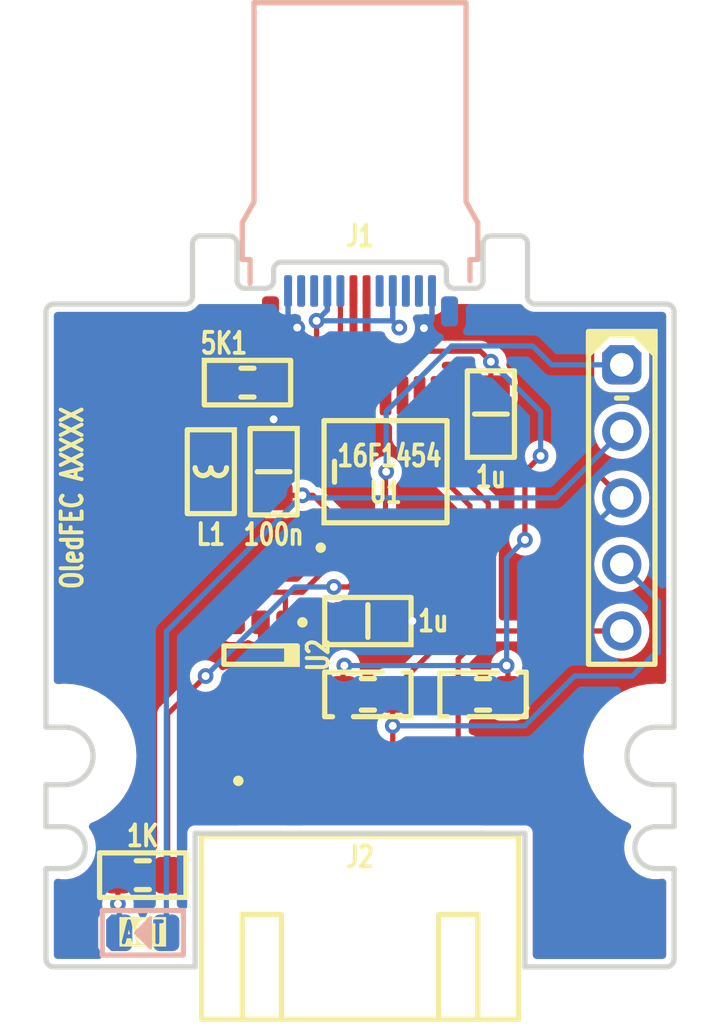
<source format=kicad_pcb>
(kicad_pcb (version 20240108) (generator "pcbnew") (generator_version "8.0")
  (layers (0 "F.Cu" signal) (31 "B.Cu" jumper) (34 "B.Paste" user) (35 "F.Paste" user) (36 "B.SilkS" user "B.Silkscreen") (37 "F.SilkS" user "F.Silkscreen") (38 "B.Mask" user) (39 "F.Mask" user) (44 "Edge.Cuts" user))
  (net 0 "")
  (net 1 "A_CC")
  (net 2 "USB_DP")
  (net 3 "USB_DM")
  (net 4 "GND")
  (net 5 "5V_USB")
  (net 6 "5V")
  (net 7 "ICSP_VPP")
  (net 8 "OLED_SCL")
  (net 9 "OLED_SDA")
  (net 10 "3V3")
  (net 11 "OUT_LED_ACTIVE")
  (net 12 "LED_ACTIVE")
  (net 13 "OLED_5V")
  (footprint "Medo64:ICSP PIC Pogo (5w)" (layer "F.Cu") (at 42 30 -90)
    (property "Reference" "ICSP" (hide yes))
    (property "Value" "Microchip PIC" (hide yes))
    (fp_line (start -3.81 -0.2) (end -3.81 0.2) (stroke (width 0.2)) (layer "F.SilkS"))
    (fp_rect (start -6.35 -1.27) (end 6.35 1.27) (stroke (width 0.2)) (fill none) (layer "F.SilkS"))
    (fp_poly (pts (xy -6.223 -0.508) (xy -5.461 -1.27) (xy -6.35 -1.27) (xy -6.35 1.27) (xy -5.461 1.27) (xy -6.223 0.508)) (stroke (width 0.2)) (fill solid) (layer "F.SilkS"))
    (pad "1" thru_hole roundrect (at -5.08 0 270) (size 1.5 1.5) (drill 0.9) (layers "*.Cu" "*.Mask") (chamfer_ratio 0.2) (chamfer top_left bottom_left) (net 7 "ICSP_VPP"))
    (pad "2" thru_hole circle (at -2.54 0 270) (size 1.5 1.5) (drill 0.9) (layers "*.Cu" "*.Mask") (net 6 "5V"))
    (pad "3" thru_hole circle (at 0 0 270) (size 1.5 1.5) (drill 0.9) (layers "*.Cu" "*.Mask") (net 4 "GND"))
    (pad "4" thru_hole circle (at 2.54 0 270) (size 1.5 1.5) (drill 0.9) (layers "*.Cu" "*.Mask") (net 8 "OLED_SCL"))
    (pad "5" thru_hole circle (at 5.08 0 270) (size 1.5 1.5) (drill 0.9) (layers "*.Cu" "*.Mask") (net 9 "OLED_SDA"))
  )
  (footprint "Medo64:U Micro [PIC16F1454] (TSSOP-14)" (layer "F.Cu") (at 32.975 29 90)
    (property "Reference" "U1" (at -0.8 0 180) (layer "F.SilkS") (effects (font (size 0.8 0.6))))
    (property "Value" "16F1454" (at 0.6 0.15 180) (layer "F.SilkS") (effects (font (size 0.8 0.6))))
    (fp_line (start -0.4 -1.95) (end 0.4 -1.95) (stroke (width 0.2)) (layer "F.SilkS"))
    (fp_rect (start -1.95 -2.35) (end 1.95 2.35) (stroke (width 0.2)) (fill none) (layer "F.SilkS"))
    (fp_circle (center -2.9 -2.475) (end -2.75 -2.475) (stroke (width 0.1)) (fill solid) (layer "F.SilkS"))
    (pad "1" smd roundrect (at -2.9 -1.95 90) (size 1.5 0.45) (layers "F.Cu" "F.Paste" "F.Mask") (chamfer_ratio 0.2) (chamfer top_left top_right) (net 6 "5V"))
    (pad "2" smd roundrect (at -2.9 -1.3 90) (size 1.5 0.45) (layers "F.Cu" "F.Paste" "F.Mask"))
    (pad "3" smd roundrect (at -2.9 -0.65 90) (size 1.5 0.45) (layers "F.Cu" "F.Paste" "F.Mask") (net 11 "OUT_LED_ACTIVE"))
    (pad "4" smd roundrect (at -2.9 0 90) (size 1.5 0.45) (layers "F.Cu" "F.Paste" "F.Mask") (net 7 "ICSP_VPP"))
    (pad "5" smd roundrect (at -2.9 0.65 90) (size 1.5 0.45) (layers "F.Cu" "F.Paste" "F.Mask"))
    (pad "6" smd roundrect (at -2.9 1.3 90) (size 1.5 0.45) (layers "F.Cu" "F.Paste" "F.Mask"))
    (pad "7" smd roundrect (at -2.9 1.95 90) (size 1.5 0.45) (layers "F.Cu" "F.Paste" "F.Mask"))
    (pad "8" smd roundrect (at 2.9 1.95 90) (size 1.5 0.45) (layers "F.Cu" "F.Paste" "F.Mask"))
    (pad "9" smd roundrect (at 2.9 1.3 90) (size 1.5 0.45) (layers "F.Cu" "F.Paste" "F.Mask") (net 9 "OLED_SDA"))
    (pad "10" smd roundrect (at 2.9 0.65 90) (size 1.5 0.45) (layers "F.Cu" "F.Paste" "F.Mask") (net 8 "OLED_SCL"))
    (pad "11" smd roundrect (at 2.9 0 90) (size 1.5 0.45) (layers "F.Cu" "F.Paste" "F.Mask") (net 10 "3V3"))
    (pad "12" smd roundrect (at 2.9 -0.65 90) (size 1.5 0.45) (layers "F.Cu" "F.Paste" "F.Mask") (net 3 "USB_DM"))
    (pad "13" smd roundrect (at 2.9 -1.3 90) (size 1.5 0.45) (layers "F.Cu" "F.Paste" "F.Mask") (net 2 "USB_DP"))
    (pad "14" smd roundrect (at 2.9 -1.95 90) (size 1.5 0.45) (layers "F.Cu" "F.Paste" "F.Mask") (net 4 "GND"))
  )
  (footprint "Medo64:J USB C 3.2 Edge (24w)" (layer "F.Cu") (at 32 22)
    (property "Reference" "J1" (at 0 -2 0) (layer "F.SilkS") (effects (font (size 0.8 0.6))))
    (property "Value" "105444-0001" (hide yes))
    (fp_line (start -4.5 -2.5) (end -4.5 -1.1) (stroke (width 0.2)) (layer "B.SilkS"))
    (fp_line (start -4.5 -2.5) (end -4.05 -3.3) (stroke (width 0.2)) (layer "B.SilkS"))
    (fp_line (start -4.5 -1.1) (end -4.2 -1.1) (stroke (width 0.2)) (layer "B.SilkS"))
    (fp_line (start -4.2 -1) (end -4.2 -0.2) (stroke (width 0.2)) (layer "B.SilkS"))
    (fp_line (start -4.05 -10.9) (end -4.05 -3.3) (stroke (width 0.2)) (layer "B.SilkS"))
    (fp_line (start -4.05 -10.9) (end 4.05 -10.9) (stroke (width 0.2)) (layer "B.SilkS"))
    (fp_line (start 4.05 -10.9) (end 4.05 -3.3) (stroke (width 0.2)) (layer "B.SilkS"))
    (fp_line (start 4.2 -1.1) (end 4.2 -0.3) (stroke (width 0.2)) (layer "B.SilkS"))
    (fp_line (start 4.5 -2.5) (end 4.05 -3.3) (stroke (width 0.2)) (layer "B.SilkS"))
    (fp_line (start 4.5 -2.5) (end 4.5 -1.1) (stroke (width 0.2)) (layer "B.SilkS"))
    (fp_line (start 4.5 -1.1) (end 4.2 -1.1) (stroke (width 0.2)) (layer "B.SilkS"))
    (fp_line (start -4.5 -2.5) (end -4.5 -1.1) (stroke (width 0.2)) (layer "F.SilkS"))
    (fp_line (start -4.5 -2.5) (end -4.05 -3.3) (stroke (width 0.2)) (layer "F.SilkS"))
    (fp_line (start -4.5 -1.1) (end -4.2 -1.1) (stroke (width 0.2)) (layer "F.SilkS"))
    (fp_line (start -4.2 -1.1) (end -4.2 -0.3) (stroke (width 0.2)) (layer "F.SilkS"))
    (fp_line (start -4.05 -10.9) (end -4.05 -3.3) (stroke (width 0.2)) (layer "F.SilkS"))
    (fp_line (start -4.05 -10.9) (end 4.05 -10.9) (stroke (width 0.2)) (layer "F.SilkS"))
    (fp_line (start 4.05 -10.9) (end 4.05 -3.3) (stroke (width 0.2)) (layer "F.SilkS"))
    (fp_line (start 4.2 -1.1) (end 4.2 -0.3) (stroke (width 0.2)) (layer "F.SilkS"))
    (fp_line (start 4.5 -2.5) (end 4.05 -3.3) (stroke (width 0.2)) (layer "F.SilkS"))
    (fp_line (start 4.5 -2.5) (end 4.5 -1.1) (stroke (width 0.2)) (layer "F.SilkS"))
    (fp_line (start 4.5 -1.1) (end 4.2 -1.1) (stroke (width 0.2)) (layer "F.SilkS"))
    (pad "A1" smd roundrect (at -2.75 0.1) (size 0.3 1.2) (layers "F.Cu" "F.Paste" "F.Mask") (chamfer_ratio 0.2) (chamfer top_left bottom_left) (net 4 "GND"))
    (pad "A2" smd roundrect (at -2.25 0.1) (size 0.3 1.2) (layers "F.Cu" "F.Paste" "F.Mask"))
    (pad "A3" smd roundrect (at -1.75 0.1) (size 0.3 1.2) (layers "F.Cu" "F.Paste" "F.Mask"))
    (pad "A4" smd roundrect (at -1.25 0.1) (size 0.3 1.2) (layers "F.Cu" "F.Paste" "F.Mask") (net 5 "5V_USB"))
    (pad "A5" smd roundrect (at -0.75 0.1) (size 0.3 1.2) (layers "F.Cu" "F.Paste" "F.Mask") (net 1 "A_CC"))
    (pad "A6" smd roundrect (at -0.25 0.1) (size 0.3 1.2) (layers "F.Cu" "F.Paste" "F.Mask") (net 2 "USB_DP"))
    (pad "A7" smd roundrect (at 0.25 0.1) (size 0.3 1.2) (layers "F.Cu" "F.Paste" "F.Mask") (net 3 "USB_DM"))
    (pad "A8" smd roundrect (at 0.75 0.1) (size 0.3 1.2) (layers "F.Cu" "F.Paste" "F.Mask"))
    (pad "A9" smd roundrect (at 1.25 0.1) (size 0.3 1.2) (layers "F.Cu" "F.Paste" "F.Mask") (net 5 "5V_USB"))
    (pad "A10" smd roundrect (at 1.75 0.1) (size 0.3 1.2) (layers "F.Cu" "F.Paste" "F.Mask"))
    (pad "A11" smd roundrect (at 2.25 0.1) (size 0.3 1.2) (layers "F.Cu" "F.Paste" "F.Mask"))
    (pad "A12" smd roundrect (at 2.75 0.1) (size 0.3 1.2) (layers "F.Cu" "F.Paste" "F.Mask") (net 4 "GND"))
    (pad "B01" smd roundrect (at 2.75 0.1) (size 0.3 1.2) (layers "B.Cu" "B.Paste" "B.Mask") (chamfer_ratio 0.2) (chamfer top_right bottom_right) (net 4 "GND"))
    (pad "B02" smd roundrect (at 2.25 0.1) (size 0.3 1.2) (layers "B.Cu" "B.Paste" "B.Mask"))
    (pad "B03" smd roundrect (at 1.75 0.1) (size 0.3 1.2) (layers "B.Cu" "B.Paste" "B.Mask"))
    (pad "B04" smd roundrect (at 1.25 0.1) (size 0.3 1.2) (layers "B.Cu" "B.Paste" "B.Mask") (net 5 "5V_USB"))
    (pad "B05" smd roundrect (at 0.75 0.1) (size 0.3 1.2) (layers "B.Cu" "B.Paste" "B.Mask"))
    (pad "B08" smd roundrect (at -0.75 0.1) (size 0.3 1.2) (layers "B.Cu" "B.Paste" "B.Mask"))
    (pad "B09" smd roundrect (at -1.25 0.1) (size 0.3 1.2) (layers "B.Cu" "B.Paste" "B.Mask") (net 5 "5V_USB"))
    (pad "B10" smd roundrect (at -1.75 0.1) (size 0.3 1.2) (layers "B.Cu" "B.Paste" "B.Mask"))
    (pad "B11" smd roundrect (at -2.25 0.1) (size 0.3 1.2) (layers "B.Cu" "B.Paste" "B.Mask"))
    (pad "B12" smd roundrect (at -2.75 0.1) (size 0.3 1.2) (layers "B.Cu" "B.Paste" "B.Mask") (net 4 "GND"))
    (pad "S" smd roundrect (at -3.42 0.88) (size 0.65 1.15) (layers "F.Cu" "F.Paste" "F.Mask"))
    (pad "S" smd roundrect (at 3.42 0.88) (size 0.65 1.15) (layers "B.Cu" "B.Paste" "B.Mask"))
  )
  (footprint "Medo64:R Optional (0805)" (layer "F.Cu") (at 36.7 37.5)
    (property "Reference" "R4" (hide yes))
    (property "Value" "5K1" (hide yes))
    (fp_line (start -0.25 -0.6) (end 0.25 -0.6) (stroke (width 0.2)) (layer "F.SilkS"))
    (fp_line (start -0.25 0.6) (end 0.25 0.6) (stroke (width 0.2)) (layer "F.SilkS"))
    (fp_rect (start -1.65 -0.85) (end 1.65 0.85) (stroke (width 0.2) (type dash)) (fill none) (layer "F.SilkS"))
    (pad "1" smd roundrect (at -0.95 0) (size 1.05 1.4) (layers "F.Cu" "F.Mask") (net 9 "OLED_SDA"))
    (pad "2" smd roundrect (at 0.95 0) (size 1.05 1.4) (layers "F.Cu" "F.Mask") (net 10 "3V3"))
  )
  (footprint "Medo64:C (0805)" (layer "F.Cu") (at 32.3 34.7 180)
    (property "Reference" "C3" (hide yes))
    (property "Value" "1u" (at -2.5 0 180) (layer "F.SilkS") (effects (font (size 0.8 0.6) (thickness 0.15) (bold yes))))
    (fp_line (start 0 -0.625) (end 0 0.625) (stroke (width 0.2)) (layer "F.SilkS"))
    (fp_rect (start -1.65 -0.9) (end 1.65 0.9) (stroke (width 0.2)) (fill none) (layer "F.SilkS"))
    (pad "1" smd roundrect (at -0.9 0 180) (size 1.15 1.45) (layers "F.Cu" "F.Paste" "F.Mask") (net 4 "GND"))
    (pad "2" smd roundrect (at 0.9 0 180) (size 1.15 1.45) (layers "F.Cu" "F.Paste" "F.Mask") (net 6 "5V"))
  )
  (footprint "Medo64:C (0805)" (layer "F.Cu") (at 28.7 29 -90)
    (property "Reference" "C1" (hide yes))
    (property "Value" "100n" (at 2.4 0 0) (layer "F.SilkS") (effects (font (size 0.8 0.6) (thickness 0.15) (bold yes))))
    (fp_line (start 0 -0.625) (end 0 0.625) (stroke (width 0.2)) (layer "F.SilkS"))
    (fp_rect (start -1.65 -0.9) (end 1.65 0.9) (stroke (width 0.2)) (fill none) (layer "F.SilkS"))
    (pad "1" smd roundrect (at -0.9 0 270) (size 1.15 1.45) (layers "F.Cu" "F.Paste" "F.Mask") (net 4 "GND"))
    (pad "2" smd roundrect (at 0.9 0 270) (size 1.15 1.45) (layers "F.Cu" "F.Paste" "F.Mask") (net 6 "5V"))
  )
  (footprint "Medo64:J JST XH Edge [OLED] (4w)" (layer "F.Cu") (at 32 40.8)
    (property "Reference" "J2" (at 0 2.9 0) (layer "F.SilkS") (effects (font (size 0.8 0.6) (thickness 0.15) (bold yes))))
    (property "Value" "B4B-XH-A")
    (fp_rect (start -6.05 2.1) (end 6.05 9.1) (stroke (width 0.2)) (fill none) (layer "F.SilkS"))
    (fp_rect (start -4.5 5.1) (end -3 9.1) (stroke (width 0.2)) (fill none) (layer "F.SilkS"))
    (fp_rect (start 4.5 5.1) (end 3 9.1) (stroke (width 0.2)) (fill none) (layer "F.SilkS"))
    (fp_circle (center -4.65 0) (end -4.5 0) (stroke (width 0.1)) (fill solid) (layer "F.SilkS"))
    (pad "1" smd roundrect (at -3.75 0) (size 1.2 3) (layers "F.Cu" "F.Paste" "F.Mask") (chamfer_ratio 0.2) (chamfer top_left bottom_left) (net 4 "GND"))
    (pad "2" smd roundrect (at -1.25 0) (size 1.2 3) (layers "F.Cu" "F.Paste" "F.Mask") (net 13 "OLED_5V"))
    (pad "3" smd roundrect (at 1.25 0) (size 1.2 3) (layers "F.Cu" "F.Paste" "F.Mask") (net 8 "OLED_SCL"))
    (pad "4" smd roundrect (at 3.75 0) (size 1.2 3) (layers "F.Cu" "F.Paste" "F.Mask") (net 9 "OLED_SDA"))
  )
  (footprint "Medo64:R (0805)" (layer "F.Cu") (at 27.7 25.6)
    (property "Reference" "R2" (hide yes))
    (property "Value" "5K1" (at -0.9 -1.5 180) (layer "F.SilkS") (effects (font (size 0.8 0.6))))
    (fp_line (start -0.25 -0.55) (end 0.25 -0.55) (stroke (width 0.2)) (layer "F.SilkS"))
    (fp_line (start -0.25 0.55) (end 0.25 0.55) (stroke (width 0.2)) (layer "F.SilkS"))
    (fp_rect (start -1.65 -0.85) (end 1.65 0.85) (stroke (width 0.2)) (fill none) (layer "F.SilkS"))
    (pad "1" smd roundrect (at -0.95 0) (size 1.05 1.4) (layers "F.Cu" "F.Paste" "F.Mask") (net 4 "GND"))
    (pad "2" smd roundrect (at 0.95 0) (size 1.05 1.4) (layers "F.Cu" "F.Paste" "F.Mask") (net 1 "A_CC"))
  )
  (footprint "Medo64:R (0805)" (layer "F.Cu") (at 23.7 44.4 180)
    (property "Reference" "R1" (hide yes))
    (property "Value" "1K" (at 0 1.5 180) (layer "F.SilkS") (effects (font (size 0.8 0.6))))
    (fp_line (start -0.25 0.55) (end 0.25 0.55) (stroke (width 0.2)) (layer "F.SilkS"))
    (fp_line (start -0.25 -0.55) (end 0.25 -0.55) (stroke (width 0.2)) (layer "F.SilkS"))
    (fp_rect (start -1.65 -0.85) (end 1.65 0.85) (stroke (width 0.2)) (fill none) (layer "F.SilkS"))
    (pad "1" smd roundrect (at -0.95 0 180) (size 1.05 1.4) (layers "F.Cu" "F.Paste" "F.Mask") (net 11 "OUT_LED_ACTIVE"))
    (pad "2" smd roundrect (at 0.95 0 180) (size 1.05 1.4) (layers "F.Cu" "F.Paste" "F.Mask") (net 12 "LED_ACTIVE"))
  )
  (footprint "Medo64:L (0805)" (layer "F.Cu") (at 26.3 29 -90)
    (property "Reference" "L1" (at 2.4 0 0) (layer "F.SilkS") (effects (font (size 0.8 0.6))))
    (property "Value" "40R" (hide yes))
    (fp_rect (start -1.6 -0.9) (end 1.6 0.9) (stroke (width 0.2)) (fill none) (layer "F.SilkS"))
    (fp_arc (start -0.15 0) (mid 0.15 0.3) (end -0.15 0.6) (stroke (width 0.2)) (layer "F.SilkS"))
    (fp_arc (start -0.15 -0.6) (mid 0.15 -0.3) (end -0.15 0) (stroke (width 0.2)) (layer "F.SilkS"))
    (pad "1" smd roundrect (at -0.85 0 270) (size 1.05 1.4) (layers "F.Cu" "F.Paste" "F.Mask") (net 5 "5V_USB"))
    (pad "2" smd roundrect (at 0.85 0 270) (size 1.05 1.4) (layers "F.Cu" "F.Paste" "F.Mask") (net 6 "5V"))
  )
  (footprint "Medo64:R Optional (0805)" (layer "F.Cu") (at 32.3 37.5 180)
    (property "Reference" "R3" (hide yes))
    (property "Value" "5K1" (hide yes))
    (fp_line (start -0.25 0.6) (end 0.25 0.6) (stroke (width 0.2)) (layer "F.SilkS"))
    (fp_line (start -0.25 -0.6) (end 0.25 -0.6) (stroke (width 0.2)) (layer "F.SilkS"))
    (fp_rect (start -1.65 -0.85) (end 1.65 0.85) (stroke (width 0.2) (type dash)) (fill none) (layer "F.SilkS"))
    (pad "1" smd roundrect (at -0.95 0 180) (size 1.05 1.4) (layers "F.Cu" "F.Mask") (net 8 "OLED_SCL"))
    (pad "2" smd roundrect (at 0.95 0 180) (size 1.05 1.4) (layers "F.Cu" "F.Mask") (net 10 "3V3"))
  )
  (footprint "Medo64:U LoadSwitch 100mA [MIC2091-1] (SOT23-5)" (layer "F.Cu") (at 28.2 36 -90)
    (property "Reference" "U2" (at 0 -2.2 -90) (layer "F.SilkS") (effects (font (size 0.8 0.6))))
    (property "Value" "MIC2005A-1" (hide yes))
    (fp_rect (start 0.35 -1.4) (end -0.35 1.4) (stroke (width 0.2)) (fill none) (layer "F.SilkS"))
    (fp_rect (start 0.35 -1.4) (end -0.35 -1) (stroke (width 0.2)) (fill solid) (layer "F.SilkS"))
    (fp_circle (center -1.25 -1.6) (end -1.1 -1.6) (stroke (width 0.1)) (fill solid) (layer "F.SilkS"))
    (pad "1" smd roundrect (at -1.25 -0.95 270) (size 0.9 0.7) (layers "F.Cu" "F.Paste" "F.Mask") (chamfer_ratio 0.2) (chamfer top_left top_right) (net 6 "5V"))
    (pad "2" smd roundrect (at -1.25 0 270) (size 0.9 0.7) (layers "F.Cu" "F.Paste" "F.Mask") (net 4 "GND"))
    (pad "3" smd roundrect (at -1.25 0.95 270) (size 0.9 0.7) (layers "F.Cu" "F.Paste" "F.Mask") (chamfer_ratio 0.2) (chamfer top_left top_right) (net 6 "5V"))
    (pad "4" smd roundrect (at 1.25 0.95 270) (size 0.9 0.7) (layers "F.Cu" "F.Paste" "F.Mask"))
    (pad "5" smd roundrect (at 1.25 -0.95 270) (size 0.9 0.7) (layers "F.Cu" "F.Paste" "F.Mask") (net 13 "OLED_5V"))
  )
  (footprint "Medo64:C (0805)" (layer "F.Cu") (at 37 26.8 90)
    (property "Reference" "C2" (hide yes))
    (property "Value" "1u" (at -2.4 0 0) (layer "F.SilkS") (effects (font (size 0.8 0.6) (thickness 0.15) (bold yes))))
    (fp_line (start 0 -0.625) (end 0 0.625) (stroke (width 0.2)) (layer "F.SilkS"))
    (fp_rect (start -1.65 -0.9) (end 1.65 0.9) (stroke (width 0.2)) (fill none) (layer "F.SilkS"))
    (pad "1" smd roundrect (at -0.9 0 90) (size 1.15 1.45) (layers "F.Cu" "F.Paste" "F.Mask") (net 4 "GND"))
    (pad "2" smd roundrect (at 0.9 0 90) (size 1.15 1.45) (layers "F.Cu" "F.Paste" "F.Mask") (net 10 "3V3"))
  )
  (footprint "Medo64:DS (0805)" (layer "B.Cu") (at 23.7 46.6)
    (property "Reference" "DS1" (hide yes))
    (property "Value" "ACT" (at 0 0 0) (layer "F.SilkS" knockout) (effects (font (size 0.8 0.6) (thickness 0.15) (bold yes))))
    (fp_rect (start 1.55 -0.85) (end -1.55 0.85) (stroke (width 0.2)) (fill none) (layer "B.SilkS"))
    (fp_poly (pts (xy -0.3 0) (xy 0.3 0.6) (xy 0.3 -0.6)) (stroke (width 0.1)) (fill solid) (layer "B.SilkS"))
    (pad "1" smd roundrect (at -0.9 0) (size 1 1.4) (layers "B.Cu" "B.Paste" "B.Mask") (chamfer_ratio 0.2) (chamfer top_left bottom_left) (net 12 "LED_ACTIVE"))
    (pad "2" smd roundrect (at 0.9 0) (size 1 1.4) (layers "B.Cu" "B.Paste" "B.Mask") (net 6 "5V"))
  )
  (gr_line (start 38.4 20.3) (end 38.4 22.3) (stroke (width 0.2)) (layer "Edge.Cuts"))
  (gr_arc (start 25.6 22.3) (mid 25.512132 22.512132) (end 25.3 22.6) (stroke (width 0.2)) (layer "Edge.Cuts"))
  (gr_arc (start 43.3 40.95) (mid 42.2 39.85) (end 43.3 38.75) (stroke (width 0.2)) (layer "Edge.Cuts"))
  (gr_line (start 38.3 47.9) (end 43.7 47.9) (stroke (width 0.2)) (layer "Edge.Cuts"))
  (gr_line (start 20.7 40.95) (end 20 40.95) (stroke (width 0.2)) (layer "Edge.Cuts"))
  (gr_line (start 43.3 40.95) (end 44 40.95) (stroke (width 0.2)) (layer "Edge.Cuts"))
  (gr_line (start 44 44.15) (end 43.3 44.15) (stroke (width 0.2)) (layer "Edge.Cuts"))
  (gr_arc (start 35 21) (mid 35.212132 21.087868) (end 35.3 21.3) (stroke (width 0.2)) (layer "Edge.Cuts"))
  (gr_arc (start 28.7 21.3) (mid 28.787868 21.087868) (end 29 21) (stroke (width 0.2)) (layer "Edge.Cuts"))
  (gr_line (start 38.1 20) (end 37 20) (stroke (width 0.2)) (layer "Edge.Cuts"))
  (gr_arc (start 28.7 21.7) (mid 28.612132 21.912132) (end 28.4 22) (stroke (width 0.2)) (layer "Edge.Cuts"))
  (gr_arc (start 27 20) (mid 27.212132 20.087868) (end 27.3 20.3) (stroke (width 0.2)) (layer "Edge.Cuts"))
  (gr_arc (start 43.7 22.6) (mid 43.912132 22.687868) (end 44 22.9) (stroke (width 0.2)) (layer "Edge.Cuts"))
  (gr_line (start 20 44.15) (end 20 47.6) (stroke (width 0.2)) (layer "Edge.Cuts"))
  (gr_line (start 20 38.75) (end 20.7 38.75) (stroke (width 0.2)) (layer "Edge.Cuts"))
  (gr_line (start 44 42.55) (end 43.3 42.55) (stroke (width 0.2)) (layer "Edge.Cuts"))
  (gr_arc (start 38.7 22.6) (mid 38.487868 22.512132) (end 38.4 22.3) (stroke (width 0.2)) (layer "Edge.Cuts"))
  (gr_line (start 44 42.55) (end 44 40.95) (stroke (width 0.2)) (layer "Edge.Cuts"))
  (gr_line (start 28.4 22) (end 27.6 22) (stroke (width 0.2)) (layer "Edge.Cuts"))
  (gr_line (start 43.7 22.6) (end 38.7 22.6) (stroke (width 0.2)) (layer "Edge.Cuts"))
  (gr_line (start 20.3 22.6) (end 25.3 22.6) (stroke (width 0.2)) (layer "Edge.Cuts"))
  (gr_arc (start 38.1 20) (mid 38.312132 20.087868) (end 38.4 20.3) (stroke (width 0.2)) (layer "Edge.Cuts"))
  (gr_arc (start 35.6 22) (mid 35.387868 21.912132) (end 35.3 21.7) (stroke (width 0.2)) (layer "Edge.Cuts"))
  (gr_line (start 35.3 21.7) (end 35.3 21.3) (stroke (width 0.2)) (layer "Edge.Cuts"))
  (gr_line (start 27.3 20.3) (end 27.3 21.7) (stroke (width 0.2)) (layer "Edge.Cuts"))
  (gr_arc (start 20 22.9) (mid 20.087868 22.687868) (end 20.3 22.6) (stroke (width 0.2)) (layer "Edge.Cuts"))
  (gr_arc (start 36.7 20.3) (mid 36.787868 20.087868) (end 37 20) (stroke (width 0.2)) (layer "Edge.Cuts"))
  (gr_arc (start 20.7 42.55) (mid 21.5 43.35) (end 20.7 44.15) (stroke (width 0.2)) (layer "Edge.Cuts"))
  (gr_arc (start 27.6 22) (mid 27.387868 21.912132) (end 27.3 21.7) (stroke (width 0.2)) (layer "Edge.Cuts"))
  (gr_line (start 36.7 20.3) (end 36.7 21.7) (stroke (width 0.2)) (layer "Edge.Cuts"))
  (gr_arc (start 44 47.6) (mid 43.912132 47.812132) (end 43.7 47.9) (stroke (width 0.2)) (layer "Edge.Cuts"))
  (gr_line (start 36.4 22) (end 35.6 22) (stroke (width 0.2)) (layer "Edge.Cuts"))
  (gr_line (start 44 22.9) (end 44 38.75) (stroke (width 0.2)) (layer "Edge.Cuts"))
  (gr_line (start 43.3 38.75) (end 44 38.75) (stroke (width 0.2)) (layer "Edge.Cuts"))
  (gr_line (start 28.7 21.7) (end 28.7 21.3) (stroke (width 0.2)) (layer "Edge.Cuts"))
  (gr_arc (start 20.7 38.75) (mid 21.8 39.85) (end 20.7 40.95) (stroke (width 0.2)) (layer "Edge.Cuts"))
  (gr_arc (start 43.3 44.15) (mid 42.5 43.35) (end 43.3 42.55) (stroke (width 0.2)) (layer "Edge.Cuts"))
  (gr_line (start 25.9 20) (end 27 20) (stroke (width 0.2)) (layer "Edge.Cuts"))
  (gr_line (start 25.6 20.3) (end 25.6 22.3) (stroke (width 0.2)) (layer "Edge.Cuts"))
  (gr_line (start 44 44.15) (end 44 47.6) (stroke (width 0.2)) (layer "Edge.Cuts"))
  (gr_line (start 20 22.9) (end 20 38.75) (stroke (width 0.2)) (layer "Edge.Cuts"))
  (gr_line (start 20.7 44.15) (end 20 44.15) (stroke (width 0.2)) (layer "Edge.Cuts"))
  (gr_line (start 38.3 42.8) (end 25.7 42.8) (stroke (width 0.2)) (layer "Edge.Cuts"))
  (gr_arc (start 25.6 20.3) (mid 25.687868 20.087868) (end 25.9 20) (stroke (width 0.2)) (layer "Edge.Cuts"))
  (gr_arc (start 36.7 21.7) (mid 36.612132 21.912132) (end 36.4 22) (stroke (width 0.2)) (layer "Edge.Cuts"))
  (gr_line (start 29 21) (end 35 21) (stroke (width 0.2)) (layer "Edge.Cuts"))
  (gr_line (start 25.7 47.9) (end 25.7 42.8) (stroke (width 0.2)) (layer "Edge.Cuts"))
  (gr_line (start 20.7 42.55) (end 20 42.55) (stroke (width 0.2)) (layer "Edge.Cuts"))
  (gr_line (start 20 42.55) (end 20 40.95) (stroke (width 0.2)) (layer "Edge.Cuts"))
  (gr_line (start 20.3 47.9) (end 25.7 47.9) (stroke (width 0.2)) (layer "Edge.Cuts"))
  (gr_line (start 38.3 47.9) (end 38.3 42.8) (stroke (width 0.2)) (layer "Edge.Cuts"))
  (gr_arc (start 20.3 47.9) (mid 20.087868 47.812132) (end 20 47.6) (stroke (width 0.2)) (layer "Edge.Cuts"))
  (gr_text "OledFEC AXXXX" (at 21 30 90) (layer "F.SilkS") (effects (font (size 0.8 0.6) (thickness 0.15) (bold yes))))
  (segment (start 31.25 23.95) (end 31.25 22.1) (width 0.2) (layer "F.Cu") (net 1))
  (segment (start 29.6 25.6) (end 31.25 23.95) (width 0.2) (layer "F.Cu") (net 1))
  (segment (start 28.65 25.6) (end 29.6 25.6) (width 0.2) (layer "F.Cu") (net 1))
  (segment (start 31.75 22.1) (end 31.75 26.025) (width 0.3) (layer "F.Cu") (net 2))
  (segment (start 32.25 22.1) (end 32.25 26.025) (width 0.3) (layer "F.Cu") (net 3))
  (segment (start 27.1 23.9) (end 29.2 23.9) (width 0.2) (layer "F.Cu") (net 4))
  (segment (start 28.7 27) (end 28.7 28.1) (width 0.2) (layer "F.Cu") (net 4))
  (segment (start 31.025 27.175) (end 31.025 26.1) (width 0.2) (layer "F.Cu") (net 4))
  (segment (start 30.1 28.1) (end 31.025 27.175) (width 0.2) (layer "F.Cu") (net 4))
  (segment (start 34.75 22.1) (end 34.75 23.211669) (width 0.2) (layer "F.Cu") (net 4))
  (segment (start 26.75 24.25) (end 27.1 23.9) (width 0.2) (layer "F.Cu") (net 4))
  (segment (start 39.7 27.7) (end 42.18 30.18) (width 0.2) (layer "F.Cu") (net 4))
  (segment (start 28.2 35.9) (end 28.2 36) (width 0.2) (layer "F.Cu") (net 4))
  (segment (start 24.6 34) (end 26.6 36) (width 0.2) (layer "F.Cu") (net 4))
  (segment (start 26.75 25.6) (end 26.75 24.25) (width 0.2) (layer "F.Cu") (net 4))
  (segment (start 28.2 34.75) (end 28.2 35.9) (width 0.2) (layer "F.Cu") (net 4))
  (segment (start 35.7 33) (end 34 34.7) (width 0.2) (layer "F.Cu") (net 4))
  (segment (start 28.7 28.1) (end 30.1 28.1) (width 0.2) (layer "F.Cu") (net 4))
  (segment (start 38.4 24.2) (end 38.4 27.7) (width 0.2) (layer "F.Cu") (net 4))
  (segment (start 26.6 36) (end 28.2 36) (width 0.2) (layer "F.Cu") (net 4))
  (segment (start 34.44146 23.520209) (end 37.720209 23.520209) (width 0.2) (layer "F.Cu") (net 4))
  (segment (start 28.2 36) (end 28.2 40.75) (width 0.2) (layer "F.Cu") (net 4))
  (segment (start 35.7 30.6) (end 35.7 33) (width 0.2) (layer "F.Cu") (net 4))
  (segment (start 38.4 27.7) (end 39.7 27.7) (width 0.2) (layer "F.Cu") (net 4))
  (segment (start 37.720209 23.520209) (end 38.4 24.2) (width 0.2) (layer "F.Cu") (net 4))
  (segment (start 25.1 25.6) (end 24.6 26.1) (width 0.2) (layer "F.Cu") (net 4))
  (segment (start 34.75 23.211669) (end 34.44146 23.520209) (width 0.2) (layer "F.Cu") (net 4))
  (segment (start 33.2 28.1) (end 35.7 30.6) (width 0.2) (layer "F.Cu") (net 4))
  (segment (start 26.75 25.6) (end 25.1 25.6) (width 0.2) (layer "F.Cu") (net 4))
  (segment (start 38.4 27.7) (end 37 27.7) (width 0.2) (layer "F.Cu") (net 4))
  (segment (start 28.7 28.1) (end 33.2 28.1) (width 0.2) (layer "F.Cu") (net 4))
  (segment (start 29.25 23.15) (end 29.6 23.5) (width 0.2) (layer "F.Cu") (net 4))
  (segment (start 29.25 22.1) (end 29.25 23.15) (width 0.2) (layer "F.Cu") (net 4))
  (segment (start 24.6 26.1) (end 24.6 34) (width 0.2) (layer "F.Cu") (net 4))
  (segment (start 29.2 23.9) (end 29.6 23.5) (width 0.2) (layer "F.Cu") (net 4))
  (segment (start 34 34.7) (end 33.2 34.7) (width 0.2) (layer "F.Cu") (net 4))
  (via (at 28.7 27) (size 0.6) (drill 0.3) (layers "F.Cu" "B.Cu") (net 4))
  (via (at 29.6 23.5) (size 0.6) (drill 0.3) (layers "F.Cu" "B.Cu") (net 4))
  (via (at 34 34.7) (size 0.6) (drill 0.3) (layers "F.Cu" "B.Cu") (net 4))
  (via (at 34.44146 23.520209) (size 0.6) (drill 0.3) (layers "F.Cu" "B.Cu") (net 4))
  (segment (start 42 30) (end 41.2 30.8) (width 0.2) (layer "B.Cu") (net 4))
  (segment (start 33.65 24.35) (end 34.44146 23.55854) (width 0.2) (layer "B.Cu") (net 4))
  (segment (start 29.6 23.5) (end 30.45 24.35) (width 0.2) (layer "B.Cu") (net 4))
  (segment (start 37.9 30.8) (end 34 34.7) (width 0.2) (layer "B.Cu") (net 4))
  (segment (start 29.25 23.15) (end 29.6 23.5) (width 0.2) (layer "B.Cu") (net 4))
  (segment (start 41.2 30.8) (end 37.9 30.8) (width 0.2) (layer "B.Cu") (net 4))
  (segment (start 34.75 22.1) (end 34.75 23.211669) (width 0.2) (layer "B.Cu") (net 4))
  (segment (start 34.75 23.211669) (end 34.44146 23.520209) (width 0.2) (layer "B.Cu") (net 4))
  (segment (start 30.45 24.35) (end 33.65 24.35) (width 0.2) (layer "B.Cu") (net 4))
  (segment (start 34.44146 23.55854) (end 34.44146 23.520209) (width 0.2) (layer "B.Cu") (net 4))
  (segment (start 30.45 25.25) (end 28.7 27) (width 0.2) (layer "B.Cu") (net 4))
  (segment (start 29.25 22.1) (end 29.25 23.15) (width 0.2) (layer "B.Cu") (net 4))
  (segment (start 30.45 24.35) (end 30.45 25.25) (width 0.2) (layer "B.Cu") (net 4))
  (segment (start 33.25 22.1) (end 33.25 23.250012) (width 0.2) (layer "F.Cu") (net 5))
  (segment (start 30.340377 23.909623) (end 29.95 24.3) (width 0.2) (layer "F.Cu") (net 5))
  (segment (start 30.75 22.1) (end 30.75 22.83076) (width 0.2) (layer "F.Cu") (net 5))
  (segment (start 27.7 26.9) (end 26.45 28.15) (width 0.2) (layer "F.Cu") (net 5))
  (segment (start 28.1 24.3) (end 27.7 24.7) (width 0.2) (layer "F.Cu") (net 5))
  (segment (start 30.340377 23.240383) (end 30.340377 23.909623) (width 0.2) (layer "F.Cu") (net 5))
  (segment (start 33.25 23.250012) (end 33.5 23.500012) (width 0.2) (layer "F.Cu") (net 5))
  (segment (start 30.75 22.83076) (end 30.340377 23.240383) (width 0.2) (layer "F.Cu") (net 5))
  (segment (start 29.95 24.3) (end 28.1 24.3) (width 0.2) (layer "F.Cu") (net 5))
  (segment (start 27.7 24.7) (end 27.7 26.9) (width 0.2) (layer "F.Cu") (net 5))
  (via (at 33.5 23.500012) (size 0.6) (drill 0.3) (layers "F.Cu" "B.Cu") (net 5))
  (via (at 30.340377 23.240383) (size 0.6) (drill 0.3) (layers "F.Cu" "B.Cu") (net 5))
  (segment (start 30.75 22.1) (end 30.75 22.83076) (width 0.2) (layer "B.Cu") (net 5))
  (segment (start 33.5 23.500012) (end 33.240371 23.240383) (width 0.2) (layer "B.Cu") (net 5))
  (segment (start 33.240371 23.240383) (end 30.340377 23.240383) (width 0.2) (layer "B.Cu") (net 5))
  (segment (start 30.75 22.83076) (end 30.340377 23.240383) (width 0.2) (layer "B.Cu") (net 5))
  (segment (start 33.25 22.1) (end 33.25 23.250012) (width 0.2) (layer "B.Cu") (net 5))
  (segment (start 33.25 23.250012) (end 33.5 23.500012) (width 0.2) (layer "B.Cu") (net 5))
  (segment (start 29.8 33.6) (end 31.025 32.375) (width 0.2) (layer "F.Cu") (net 6))
  (segment (start 26.3 29.85) (end 28.65 29.85) (width 0.2) (layer "F.Cu") (net 6))
  (segment (start 29.1 33.6) (end 29.8 33.6) (width 0.2) (layer "F.Cu") (net 6))
  (segment (start 27.25 33.85) (end 27.5 33.6) (width 0.2) (layer "F.Cu") (net 6))
  (segment (start 29.15 33.65) (end 29.15 34.75) (width 0.2) (layer "F.Cu") (net 6))
  (segment (start 29.1 33.6) (end 29.15 33.65) (width 0.2) (layer "F.Cu") (net 6))
  (segment (start 27.5 33.6) (end 29.1 33.6) (width 0.2) (layer "F.Cu") (net 6))
  (segment (start 31.025 30.725) (end 31.025 31.9) (width 0.2) (layer "F.Cu") (net 6))
  (segment (start 27.25 34.75) (end 27.25 33.85) (width 0.2) (layer "F.Cu") (net 6))
  (segment (start 29.15 34.75) (end 31.35 34.75) (width 0.2) (layer "F.Cu") (net 6))
  (segment (start 28.7 29.9) (end 30.2 29.9) (width 0.2) (layer "F.Cu") (net 6))
  (segment (start 30.2 29.9) (end 31.025 30.725) (width 0.2) (layer "F.Cu") (net 6))
  (via (at 29.8 29.9) (size 0.6) (drill 0.3) (layers "F.Cu" "B.Cu") (net 6))
  (segment (start 29.9 30) (end 29.8 29.9) (width 0.2) (layer "B.Cu") (net 6))
  (segment (start 24.6 35.1) (end 29.8 29.9) (width 0.2) (layer "B.Cu") (net 6))
  (segment (start 24.6 46.6) (end 24.6 35.1) (width 0.2) (layer "B.Cu") (net 6))
  (segment (start 42.02 27.46) (end 39.48 30) (width 0.2) (layer "B.Cu") (net 6))
  (segment (start 39.48 30) (end 29.9 30) (width 0.2) (layer "B.Cu") (net 6))
  (segment (start 32.975 31.9) (end 32.975 29.025) (width 0.2) (layer "F.Cu") (net 7))
  (segment (start 32.975 29.025) (end 33 29) (width 0.2) (layer "F.Cu") (net 7))
  (via (at 33 29) (size 0.6) (drill 0.3) (layers "F.Cu" "B.Cu") (net 7))
  (segment (start 33 29) (end 33 26.7) (width 0.2) (layer "B.Cu") (net 7))
  (segment (start 39.32 24.92) (end 42 24.92) (width 0.2) (layer "B.Cu") (net 7))
  (segment (start 33 26.7) (end 35.5 24.2) (width 0.2) (layer "B.Cu") (net 7))
  (segment (start 38.6 24.2) (end 39.32 24.92) (width 0.2) (layer "B.Cu") (net 7))
  (segment (start 35.5 24.2) (end 38.6 24.2) (width 0.2) (layer "B.Cu") (net 7))
  (segment (start 36.2 34.4) (end 33.25 37.35) (width 0.2) (layer "F.Cu") (net 8))
  (segment (start 33.25 37.5) (end 33.25 40.8) (width 0.2) (layer "F.Cu") (net 8))
  (segment (start 33.625 27.725) (end 36.2 30.3) (width 0.2) (layer "F.Cu") (net 8))
  (segment (start 33.625 26.1) (end 33.625 27.725) (width 0.2) (layer "F.Cu") (net 8))
  (segment (start 36.2 30.3) (end 36.2 34.4) (width 0.2) (layer "F.Cu") (net 8))
  (via (at 33.25 38.7) (size 0.6) (drill 0.3) (layers "F.Cu" "B.Cu") (net 8))
  (segment (start 42.4 36.8) (end 40.2 36.8) (width 0.2) (layer "B.Cu") (net 8))
  (segment (start 40.2 36.8) (end 38.3 38.7) (width 0.2) (layer "B.Cu") (net 8))
  (segment (start 38.3 38.7) (end 33.25 38.7) (width 0.2) (layer "B.Cu") (net 8))
  (segment (start 43.4 33.94) (end 43.4 35.9) (width 0.2) (layer "B.Cu") (net 8))
  (segment (start 42 32.54) (end 43.4 33.94) (width 0.2) (layer "B.Cu") (net 8))
  (segment (start 43.4 35.9) (end 43.3 35.9) (width 0.2) (layer "B.Cu") (net 8))
  (segment (start 43.3 35.9) (end 42.4 36.8) (width 0.2) (layer "B.Cu") (net 8))
  (segment (start 35.75 36.15) (end 35.75 37.5) (width 0.2) (layer "F.Cu") (net 9))
  (segment (start 42 35.08) (end 36.9 35.08) (width 0.2) (layer "F.Cu") (net 9))
  (segment (start 35.75 37.5) (end 35.75 40.8) (width 0.2) (layer "F.Cu") (net 9))
  (segment (start 36.9 30.2) (end 36.9 35.08) (width 0.2) (layer "F.Cu") (net 9))
  (segment (start 36.9 35.08) (end 36.82 35.08) (width 0.2) (layer "F.Cu") (net 9))
  (segment (start 34.275 27.575) (end 36.9 30.2) (width 0.2) (layer "F.Cu") (net 9))
  (segment (start 34.275 26.1) (end 34.275 27.575) (width 0.2) (layer "F.Cu") (net 9))
  (segment (start 36.82 35.08) (end 35.75 36.15) (width 0.2) (layer "F.Cu") (net 9))
  (segment (start 37 24.8) (end 37 25.9) (width 0.2) (layer "F.Cu") (net 10))
  (segment (start 36.6 24.4) (end 37 24.8) (width 0.2) (layer "F.Cu") (net 10))
  (segment (start 37.65 37.5) (end 37.65 36.45) (width 0.2) (layer "F.Cu") (net 10))
  (segment (start 31.35 36.45) (end 31.4 36.4) (width 0.2) (layer "F.Cu") (net 10))
  (segment (start 32.975 26.1) (end 32.975 24.825) (width 0.2) (layer "F.Cu") (net 10))
  (segment (start 38.3 31.6) (end 38.3 29) (width 0.2) (layer "F.Cu") (net 10))
  (segment (start 32.975 24.825) (end 33.4 24.4) (width 0.2) (layer "F.Cu") (net 10))
  (segment (start 37.65 36.45) (end 37.6 36.4) (width 0.2) (layer "F.Cu") (net 10))
  (segment (start 38.3 29) (end 38.9 28.4) (width 0.2) (layer "F.Cu") (net 10))
  (segment (start 33.4 24.4) (end 36.6 24.4) (width 0.2) (layer "F.Cu") (net 10))
  (segment (start 31.35 37.5) (end 31.35 36.45) (width 0.2) (layer "F.Cu") (net 10))
  (via (at 37.6 36.4) (size 0.6) (drill 0.3) (layers "F.Cu" "B.Cu") (net 10))
  (via (at 38.3 31.6) (size 0.6) (drill 0.3) (layers "F.Cu" "B.Cu") (net 10))
  (via (at 38.9 28.4) (size 0.6) (drill 0.3) (layers "F.Cu" "B.Cu") (net 10))
  (via (at 37 24.8) (size 0.6) (drill 0.3) (layers "F.Cu" "B.Cu") (net 10))
  (via (at 31.4 36.4) (size 0.6) (drill 0.3) (layers "F.Cu" "B.Cu") (net 10))
  (segment (start 37.6 32.3) (end 38.3 31.6) (width 0.2) (layer "B.Cu") (net 10))
  (segment (start 37 24.8) (end 38.9 26.7) (width 0.2) (layer "B.Cu") (net 10))
  (segment (start 37.6 36.4) (end 37.6 32.3) (width 0.2) (layer "B.Cu") (net 10))
  (segment (start 38.9 26.7) (end 38.9 28.4) (width 0.2) (layer "B.Cu") (net 10))
  (segment (start 37.6 36.4) (end 31.4 36.4) (width 0.2) (layer "B.Cu") (net 10))
  (segment (start 32.325 32.649999) (end 31.575003 33.399996) (width 0.2) (layer "F.Cu") (net 11))
  (segment (start 24.65 38.25) (end 26.1 36.8) (width 0.2) (layer "F.Cu") (net 11))
  (segment (start 32.325 31.9) (end 32.325 32.649999) (width 0.2) (layer "F.Cu") (net 11))
  (segment (start 24.65 44.4) (end 24.65 38.25) (width 0.2) (layer "F.Cu") (net 11))
  (segment (start 31.575003 33.399996) (end 31.000004 33.399996) (width 0.2) (layer "F.Cu") (net 11))
  (via (at 31.000004 33.399996) (size 0.6) (drill 0.3) (layers "F.Cu" "B.Cu") (net 11))
  (via (at 26.1 36.8) (size 0.6) (drill 0.3) (layers "F.Cu" "B.Cu") (net 11))
  (segment (start 29.500004 33.399996) (end 31.000004 33.399996) (width 0.2) (layer "B.Cu") (net 11))
  (segment (start 26.1 36.8) (end 29.500004 33.399996) (width 0.2) (layer "B.Cu") (net 11))
  (segment (start 22.75 44.6) (end 22.75 45.500008) (width 0.2) (layer "F.Cu") (net 12))
  (via (at 22.75 45.500008) (size 0.6) (drill 0.3) (layers "F.Cu" "B.Cu") (net 12))
  (segment (start 22.8 45.550008) (end 22.75 45.500008) (width 0.2) (layer "B.Cu") (net 12))
  (segment (start 22.8 46.6) (end 22.8 45.550008) (width 0.2) (layer "B.Cu") (net 12))
  (segment (start 30.75 38.95) (end 29.15 37.35) (width 0.2) (layer "F.Cu") (net 13))
  (segment (start 30.75 40.8) (end 30.75 38.95) (width 0.2) (layer "F.Cu") (net 13))
  (zone (net 4) (net_name "GND") (layers "F&B.Cu") (connect_pads no (clearance 0.3)) (min_thickness 0.3) (fill yes (thermal_gap 0.5) (thermal_bridge_width 0.5))
    (polygon (pts (xy 20 22.6) (xy 44 22.6) (xy 44 47.9) (xy 20 47.9)))
  )
)
</source>
